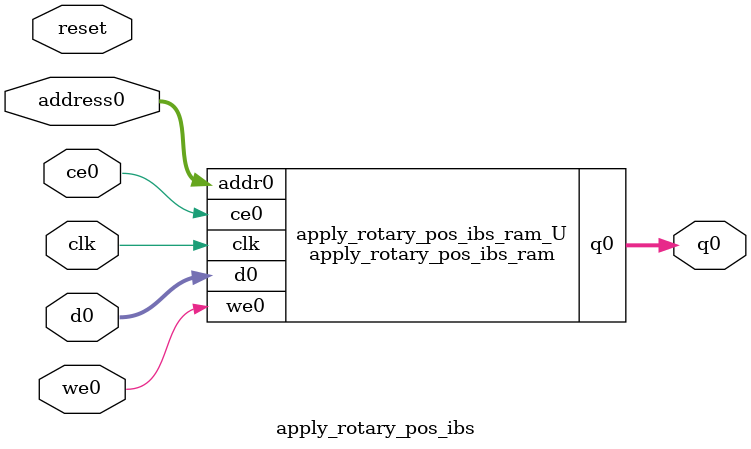
<source format=v>
`timescale 1 ns / 1 ps
module apply_rotary_pos_ibs_ram (addr0, ce0, d0, we0, q0,  clk);

parameter DWIDTH = 40;
parameter AWIDTH = 7;
parameter MEM_SIZE = 96;

input[AWIDTH-1:0] addr0;
input ce0;
input[DWIDTH-1:0] d0;
input we0;
output reg[DWIDTH-1:0] q0;
input clk;

(* ram_style = "block" *)reg [DWIDTH-1:0] ram[0:MEM_SIZE-1];




always @(posedge clk)  
begin 
    if (ce0) begin
        if (we0) 
            ram[addr0] <= d0; 
        q0 <= ram[addr0];
    end
end


endmodule

`timescale 1 ns / 1 ps
module apply_rotary_pos_ibs(
    reset,
    clk,
    address0,
    ce0,
    we0,
    d0,
    q0);

parameter DataWidth = 32'd40;
parameter AddressRange = 32'd96;
parameter AddressWidth = 32'd7;
input reset;
input clk;
input[AddressWidth - 1:0] address0;
input ce0;
input we0;
input[DataWidth - 1:0] d0;
output[DataWidth - 1:0] q0;



apply_rotary_pos_ibs_ram apply_rotary_pos_ibs_ram_U(
    .clk( clk ),
    .addr0( address0 ),
    .ce0( ce0 ),
    .we0( we0 ),
    .d0( d0 ),
    .q0( q0 ));

endmodule


</source>
